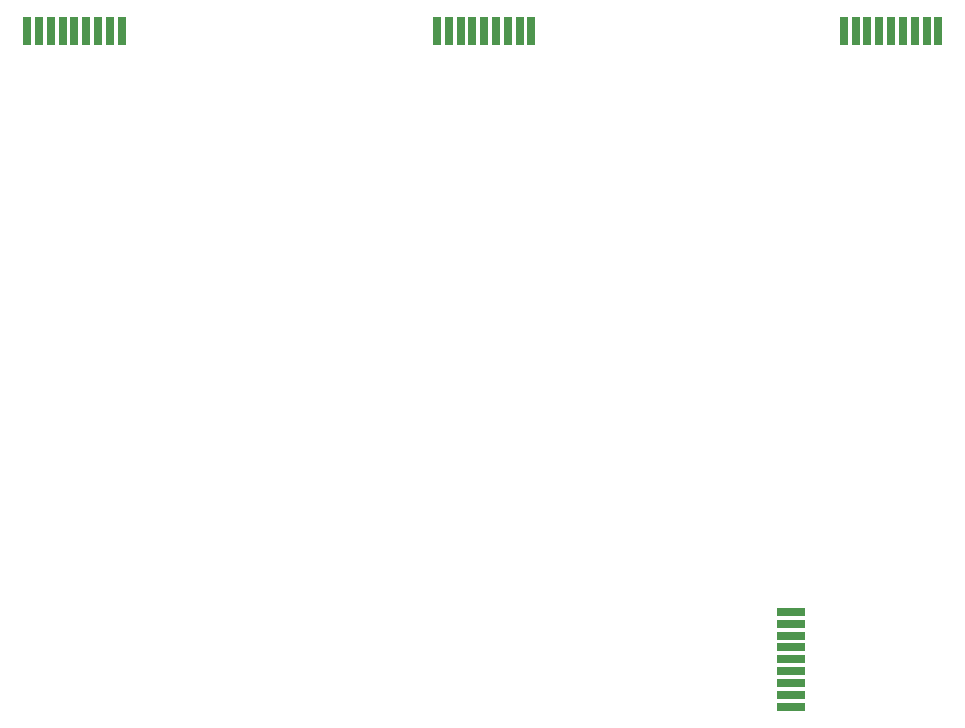
<source format=gbr>
G04 #@! TF.GenerationSoftware,KiCad,Pcbnew,5.1.9-73d0e3b20d~88~ubuntu20.04.1*
G04 #@! TF.CreationDate,2021-06-09T12:04:27-03:00*
G04 #@! TF.ProjectId,adaptador_db15_usb,61646170-7461-4646-9f72-5f646231355f,rev?*
G04 #@! TF.SameCoordinates,Original*
G04 #@! TF.FileFunction,Paste,Top*
G04 #@! TF.FilePolarity,Positive*
%FSLAX46Y46*%
G04 Gerber Fmt 4.6, Leading zero omitted, Abs format (unit mm)*
G04 Created by KiCad (PCBNEW 5.1.9-73d0e3b20d~88~ubuntu20.04.1) date 2021-06-09 12:04:27*
%MOMM*%
%LPD*%
G01*
G04 APERTURE LIST*
%ADD10R,0.700000X2.350000*%
%ADD11R,2.350000X0.700000*%
G04 APERTURE END LIST*
D10*
X156395000Y-64920000D03*
X157395000Y-64920000D03*
X158395000Y-64920000D03*
X159395000Y-64920000D03*
X164395000Y-64920000D03*
X163395000Y-64920000D03*
X162395000Y-64920000D03*
X161395000Y-64920000D03*
X160395000Y-64920000D03*
D11*
X186370000Y-118075000D03*
X186370000Y-119075000D03*
X186370000Y-120075000D03*
X186370000Y-121075000D03*
X186370000Y-122075000D03*
X186370000Y-117075000D03*
X186370000Y-116075000D03*
X186370000Y-115075000D03*
X186370000Y-114075000D03*
D10*
X190845000Y-64920000D03*
X191845000Y-64920000D03*
X192845000Y-64920000D03*
X193845000Y-64920000D03*
X198845000Y-64920000D03*
X197845000Y-64920000D03*
X196845000Y-64920000D03*
X195845000Y-64920000D03*
X194845000Y-64920000D03*
X125695000Y-64920000D03*
X126695000Y-64920000D03*
X127695000Y-64920000D03*
X128695000Y-64920000D03*
X129695000Y-64920000D03*
X124695000Y-64920000D03*
X123695000Y-64920000D03*
X122695000Y-64920000D03*
X121695000Y-64920000D03*
M02*

</source>
